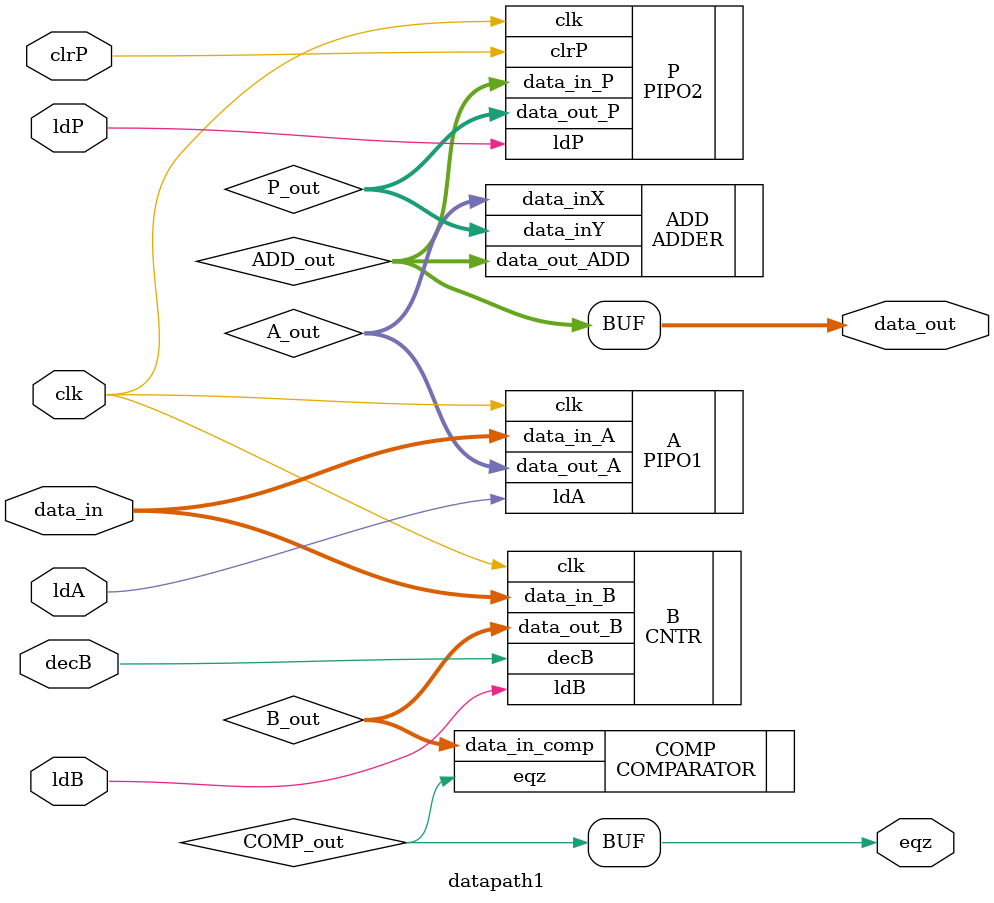
<source format=v>
`timescale 1ns / 1ps

module datapath1(
  input clk,
  input [15:0]data_in,
  input ldA,ldB,ldP,clrP,decB,
  output [31:0]data_out,
  output eqz
    );
     
     wire [15:0]A_out;
     wire [31:0]ADD_out;
     wire [15:0]P_out;
     wire [15:0]B_out;
     wire COMP_out;
         
     PIPO1 A(.clk(clk),.ldA(ldA),.data_in_A(data_in),.data_out_A(A_out));
     PIPO2 P(.clk(clk),.ldP(ldP),.clrP(clrP),.data_in_P(ADD_out),.data_out_P(P_out));
     ADDER ADD(.data_inX(A_out),.data_inY(P_out),.data_out_ADD(ADD_out));
     CNTR B(.clk(clk),.ldB(ldB),.decB(decB),.data_in_B(data_in),.data_out_B(B_out));
     COMPARATOR COMP(.data_in_comp(B_out),.eqz(COMP_out));
     
     assign data_out = ADD_out;
     assign eqz = COMP_out;
     
endmodule

</source>
